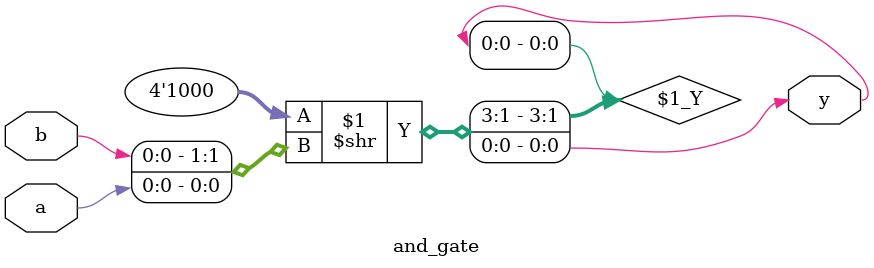
<source format=v>
/* Generated by Yosys 0.35+58 (git sha1 8bd681acf, gcc 9.4.0-1ubuntu1~20.04.2 -fPIC -Os) */

(* top =  1  *)
(* src = "./benchmark/and_gate.v:1.1-3.10" *)
module and_gate(a, b, y);
  (* src = "./benchmark/and_gate.v:1.23-1.24" *)
  input a;
  wire a;
  (* src = "./benchmark/and_gate.v:1.32-1.33" *)
  input b;
  wire b;
  (* src = "./benchmark/and_gate.v:1.42-1.43" *)
  output y;
  wire y;
  assign y = 4'h8 >> { b, a };
endmodule

</source>
